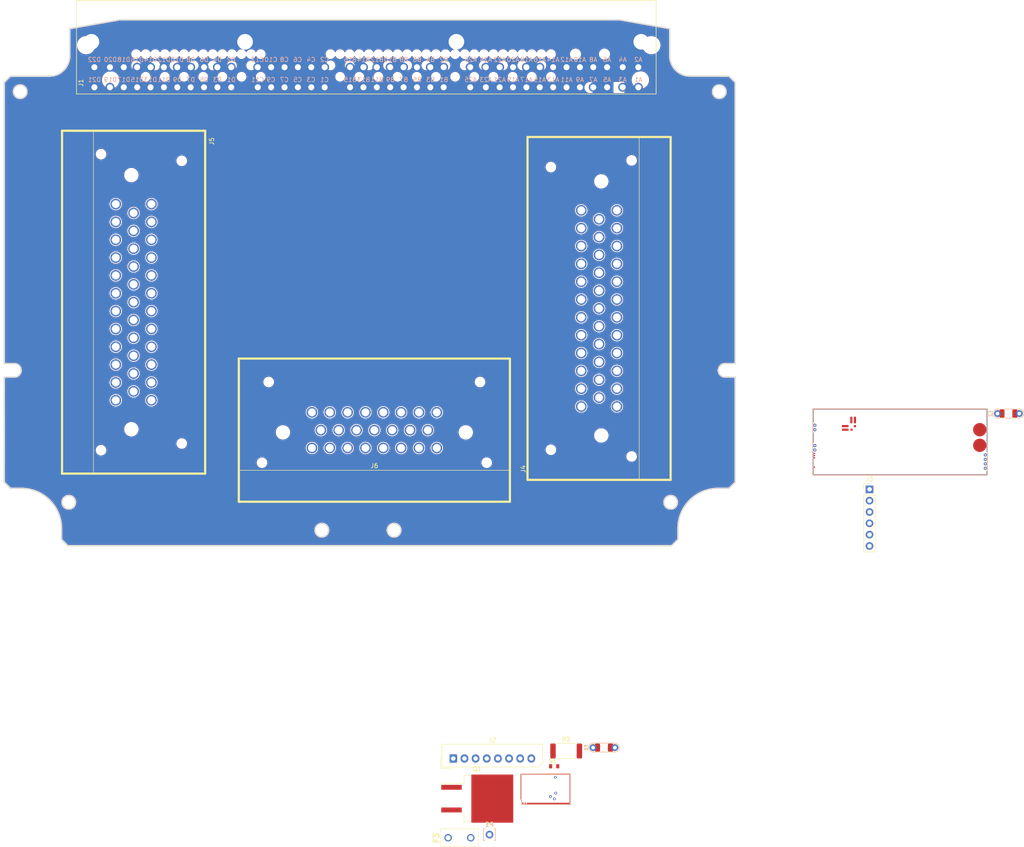
<source format=kicad_pcb>
(kicad_pcb (version 20210824) (generator pcbnew)
  (title_block (title "proteusM73tu") (date "2021-09-26") (rev "a"))
  (layers (0 "F.Cu" signal) (31 "B.Cu" signal) (34 "B.Paste" user) (35 "F.Paste" user) (36 "B.SilkS" user "B.Silkscreen") (37 "F.SilkS" user "F.Silkscreen") (38 "B.Mask" user) (39 "F.Mask" user) (44 "Edge.Cuts" user))
  (net 0 "")
  (net 1 "GND")
  (net 2 "/5V_SENSOR_1")
  (net 3 "/5V_SENSOR_2")
  (net 4 "/12V_PROT")
  (net 5 "/12V_MR")
  (net 6 "/WBO_H-")
  (net 7 "/WBO_R_Trim")
  (net 8 "/WBO_Ip")
  (net 9 "/WBO_Vs{slash}Ip")
  (net 10 "/WBO_Vs")
  (net 11 "Net-(J3-Pad1)")
  (net 12 "Net-(J3-Pad2)")
  (net 13 "Net-(J3-Pad4)")
  (net 14 "Net-(J3-Pad5)")
  (net 15 "Net-(M1-PadJ1)")
  (net 16 "Net-(M1-PadW2)")
  (net 17 "Net-(M1-PadW3)")
  (net 18 "Net-(M1-PadW4)")
  (net 21 "/OUT_IGN1")
  (net 22 "Net-(Q1-Pad1)")
  (net 23 "/GATE_IGN1")
  (footprint "hellen-one-common:PAD-TH" (layer "F.Cu") (at 245.32 257.31)
    (fp_text reference "P1" (at 0 -2.25) (layer "F.SilkS"))
    (fp_text value "Pad" hide)
    (fp_text user "${REFERENCE}" (at 0 -2.25) (layer "B.SilkS") (effects (justify mirror)))
    (fp_line (start -1.035538 -1.33) (end -1.33 -1.33) (layer "B.SilkS") (width 0.12))
    (fp_line (start 1.035538 1.33) (end 1.33 1.33) (layer "B.SilkS") (width 0.12))
    (fp_line (start 1.33 -1.33) (end 1.33 1.33) (layer "B.SilkS") (width 0.12))
    (fp_line (start 1.024373 -1.33) (end 1.33 -1.33) (layer "B.SilkS") (width 0.12))
    (fp_line (start -1.024373 1.33) (end -1.33 1.33) (layer "B.SilkS") (width 0.12))
    (fp_line (start -1.33 1.33) (end -1.33 -1.33) (layer "B.SilkS") (width 0.12))
    (fp_line (start 1.035538 -1.33) (end 1.33 -1.33) (layer "F.SilkS") (width 0.12))
    (fp_line (start 1.024373 1.33) (end 1.33 1.33) (layer "F.SilkS") (width 0.12))
    (fp_line (start -1.33 -1.33) (end -1.33 1.33) (layer "F.SilkS") (width 0.12))
    (fp_line (start -1.035538 1.33) (end -1.33 1.33) (layer "F.SilkS") (width 0.12))
    (fp_line (start -1.024373 -1.33) (end -1.33 -1.33) (layer "F.SilkS") (width 0.12))
    (fp_line (start 1.33 1.33) (end 1.33 -1.33) (layer "F.SilkS") (width 0.12))
    (pad "1" thru_hole circle locked (at 0 0) (size 1.7 1.7) (drill 1) (layers *.Cu *.Mask))
  )
  (footprint "hellen-one-common:R0603" (layer "F.Cu") (at 259.83 241.986595)
    (fp_text reference "R1" (at -1.235559 -0.653823 unlocked) (layer "F.SilkS") (effects (font (size 0.82 0.82) (thickness 0.17)) (justify left bottom)))
    (fp_text value "22" hide)
    (fp_line (start -0.2 -0.374995) (end 0.2 -0.374985) (layer "F.SilkS") (width 0.2032))
    (fp_line (start -0.201056 0.37084) (end 0.198943 0.370851) (layer "F.SilkS") (width 0.2032))
    (pad "1" smd roundrect (at -0.8 0) (size 0.7 0.92) (layers "F.Cu" "F.Paste" "F.Mask") (roundrect_rratio 0.1) (net 22 "Net-(Q1-Pad1)"))
    (pad "2" smd roundrect (at 0.8 0) (size 0.7 0.92) (layers "F.Cu" "F.Paste" "F.Mask") (roundrect_rratio 0.1) (net 23 "/GATE_IGN1"))
  )
  (footprint "Resistor_SMD:R_2512_6332Metric" (layer "F.Cu") (at 262.525 238.565)
    (fp_text reference "R2" (at 0 -2.62) (layer "F.SilkS"))
    (fp_text value "DNP")
    (fp_line (start -2.177064 1.71) (end 2.177064 1.71) (layer "F.SilkS") (width 0.12))
    (fp_line (start -2.177064 -1.71) (end 2.177064 -1.71) (layer "F.SilkS") (width 0.12))
    (pad "1" smd roundrect locked (at -2.9625 0) (size 1.225 3.35) (layers "F.Cu" "F.Paste" "F.Mask") (roundrect_rratio 0.204082) (net 23 "/GATE_IGN1"))
    (pad "2" smd roundrect locked (at 2.9625 0) (size 1.225 3.35) (layers "F.Cu" "F.Paste" "F.Mask") (roundrect_rratio 0.204082) (net 21 "/OUT_IGN1"))
  )
  (footprint "Package_TO_SOT_SMD:TO-263-2" (layer "F.Cu") (at 242.575 249.245)
    (fp_text reference "Q1" (at 0 -6.65) (layer "F.SilkS"))
    (fp_text value "ISL9V3040S3S")
    (fp_line (start -2.95 3.39) (end -4.05 3.39) (layer "F.SilkS") (width 0.12))
    (fp_line (start -1.45 -5.2) (end -2.95 -5.2) (layer "F.SilkS") (width 0.12))
    (fp_line (start -2.95 5.2) (end -2.95 3.39) (layer "F.SilkS") (width 0.12))
    (fp_line (start -1.45 5.2) (end -2.95 5.2) (layer "F.SilkS") (width 0.12))
    (fp_line (start -2.95 -3.39) (end -8.075 -3.39) (layer "F.SilkS") (width 0.12))
    (fp_line (start -2.95 -5.2) (end -2.95 -3.39) (layer "F.SilkS") (width 0.12))
    (pad "1" smd rect locked (at -5.775 -2.54) (size 4.6 1.1) (layers "F.Cu" "F.Paste" "F.Mask") (net 22 "Net-(Q1-Pad1)"))
    (pad "2" smd rect locked (at 3.375 0) (size 9.4 10.8) (layers "F.Cu" "F.Mask") (net 21 "/OUT_IGN1"))
    (pad "3" smd rect locked (at -5.775 2.54) (size 4.6 1.1) (layers "F.Cu" "F.Paste" "F.Mask") (net 1 "GND"))
  )
  (footprint "hellen-one-wbo-0.2:wbo" (layer "F.Cu") (at 317.73 176.8)
    (fp_text reference "M1" hide)
    (fp_text value "Module-wbo-0.2" hide)
    (fp_rect (start 39.25 -15) (end 0.1 -0.1) (layer "B.SilkS") (width 0.2) (fill none))
    (fp_rect (start 39.25 -15) (end 0.1 -0.1) (layer "F.SilkS") (width 0.2) (fill none))
    (pad "E1" thru_hole circle locked (at 38.8 -1.65 90) (size 0.7 0.7) (drill 0.3) (layers *.Cu) (net 10 "/WBO_Vs"))
    (pad "E2" thru_hole circle locked (at 38.8 -2.65 90) (size 0.7 0.7) (drill 0.3) (layers *.Cu) (net 9 "/WBO_Vs{slash}Ip"))
    (pad "E3" thru_hole circle locked (at 38.8 -3.65 90) (size 0.7 0.7) (drill 0.3) (layers *.Cu) (net 8 "/WBO_Ip"))
    (pad "E4" thru_hole circle locked (at 38.8 -4.65 90) (size 0.7 0.7) (drill 0.3) (layers *.Cu) (net 7 "/WBO_R_Trim"))
    (pad "E5" smd circle locked (at 37.55 -6.8) (size 3 3) (layers "F.Cu") (net 6 "/WBO_H-"))
    (pad "E6" smd circle locked (at 37.55 -10.3) (size 3 3) (layers "F.Cu") (net 1 "GND"))
    (pad "G" smd rect (at 19.675 -14.925 90) (size 0.25 39.25) (layers "F.Cu") (net 1 "GND"))
    (pad "G" smd rect (at 39.175 -10.175) (size 0.25 9.75) (layers "B.Cu") (net 1 "GND"))
    (pad "G" smd rect (at 19.675 -0.175 90) (size 0.25 39.25) (layers "B.Cu") (net 1 "GND"))
    (pad "G" smd rect (at 0.175 -0.775) (size 0.25 1.45) (layers "F.Cu") (net 1 "GND"))
    (pad "G" smd rect (at 0.175 -13.5) (size 0.25 3.1) (layers "B.Cu") (net 1 "GND"))
    (pad "G" smd rect (at 0.175 -13.5) (size 0.25 3.1) (layers "F.Cu") (net 1 "GND"))
    (pad "G" smd rect (at 39.175 -13.575) (size 0.25 2.95) (layers "F.Cu") (net 1 "GND"))
    (pad "G" smd rect (at 19.675 -14.925 90) (size 0.25 39.25) (layers "B.Cu") (net 1 "GND"))
    (pad "G" smd rect (at 0.175 -8.525) (size 0.25 2.25) (layers "F.Cu") (net 1 "GND"))
    (pad "G" smd rect (at 39.175 -0.525) (size 0.25 0.95) (layers "F.Cu") (net 1 "GND"))
    (pad "G" smd rect (at 19.675 -0.175 90) (size 0.25 39.25) (layers "F.Cu") (net 1 "GND"))
    (pad "G" smd rect (at 0.175 -8.525) (size 0.25 2.25) (layers "B.Cu") (net 1 "GND"))
    (pad "G" smd rect (at 39.175 -0.525) (size 0.25 0.95) (layers "B.Cu") (net 1 "GND"))
    (pad "G" smd rect (at 0.175 -2.575) (size 0.25 5.05) (layers "B.Cu") (net 1 "GND"))
    (pad "J1" smd roundrect locked (at 9.55 -12.475 180) (size 0.5 1.5) (layers "F.Cu") (net 15 "Net-(M1-PadJ1)"))
    (pad "J2" smd roundrect locked (at 7.375 -10.3 180) (size 1.5 0.5) (layers "F.Cu"))
    (pad "J_GND1" smd roundrect locked (at 8.75 -12.475 180) (size 0.5 1.5) (layers "F.Cu") (net 15 "Net-(M1-PadJ1)"))
    (pad "J_GND2" smd roundrect locked (at 8.8 -10.3 270) (size 0.5 0.5) (layers "F.Cu"))
    (pad "J_VCC1" smd roundrect locked (at 9.55 -11.1 180) (size 0.5 0.5) (layers "F.Cu"))
    (pad "J_VCC2" smd roundrect locked (at 7.375 -11.1 180) (size 1.5 0.5) (layers "F.Cu"))
    (pad "W1" thru_hole circle locked (at 0.55 -11.3 90) (size 0.7 0.7) (drill 0.3) (layers *.Cu) (net 3 "/5V_SENSOR_2"))
    (pad "W2" thru_hole circle locked (at 0.55 -10.3 90) (size 0.7 0.7) (drill 0.3) (layers *.Cu) (net 16 "Net-(M1-PadW2)"))
    (pad "W3" thru_hole circle locked (at 0.55 -6.75 90) (size 0.7 0.7) (drill 0.3) (layers *.Cu) (net 17 "Net-(M1-PadW3)"))
    (pad "W4" thru_hole circle locked (at 0.55 -5.75 90) (size 0.7 0.7) (drill 0.3) (layers *.Cu) (net 18 "Net-(M1-PadW4)"))
    (pad "W5" smd roundrect (at 0.4 -5) (size 0.5 0.25) (layers "F.Cu") (roundrect_rratio 0.5) (net 14 "Net-(J3-Pad5)"))
    (pad "W6" smd roundrect (at 0.4 -4.5) (size 0.5 0.25) (layers "F.Cu") (roundrect_rratio 0.5) (net 13 "Net-(J3-Pad4)"))
    (pad "W7" smd roundrect (at 0.4 -4) (size 0.5 0.25) (layers "F.Cu") (roundrect_rratio 0.5) (net 12 "Net-(J3-Pad2)"))
    (pad "W8" smd roundrect (at 0.4 -1.9) (size 0.5 0.25) (layers "F.Cu") (roundrect_rratio 0.5) (net 11 "Net-(J3-Pad1)"))
    (zone (net 0) (net_name "") (layers *.Cu) (connect_pads (clearance 0)) (min_thickness 0.254)
      (keepout (tracks allowed) (vias allowed) (pads allowed) (copperpour not_allowed) (footprints allowed))
      (fill (thermal_gap 0.508) (thermal_bridge_width 0.508))
      (polygon (pts (xy 356.905 176.625) (xy 317.905 176.6) (xy 317.905 161.875) (xy 356.905 161.875)))
    )
  )
  (footprint "hellen-one-can-0.1:can" (layer "F.Cu") (at 252.17 250.656674)
    (fp_text reference "M2" hide)
    (fp_text value "Module-can-0.1" hide)
    (fp_line (start 0.375001 -0.15) (end 0.431203 -0.1) (layer "B.SilkS") (width 0.2))
    (fp_line (start 0.099997 -1.250005) (end 0.099997 -6.947827) (layer "B.SilkS") (width 0.2))
    (fp_line (start 0.099997 -6.947827) (end 11.274997 -6.986674) (layer "B.SilkS") (width 0.2))
    (fp_line (start 0.375001 -0.15) (end 0.375001 -0.974999) (layer "B.SilkS") (width 0.2))
    (fp_line (start 0.099997 -1.250005) (end 0.375001 -0.974999) (layer "B.SilkS") (width 0.2))
    (fp_line (start 0.431203 -0.1) (end 11.274997 -0.1) (layer "B.SilkS") (width 0.2))
    (fp_line (start 11.274997 -0.093797) (end 11.274997 -6.986674) (layer "B.SilkS") (width 0.2))
    (fp_line (start 0.099997 -1.249998) (end 0.099997 -6.947479) (layer "F.SilkS") (width 0.2))
    (fp_line (start 0.375001 -0.1) (end 0.375003 -0.099997) (layer "F.SilkS") (width 0.2))
    (fp_line (start 0.099997 -6.947479) (end 11.274997 -6.986326) (layer "F.SilkS") (width 0.2))
    (fp_line (start 0.099997 -1.249998) (end 0.375001 -0.974994) (layer "F.SilkS") (width 0.2))
    (fp_line (start 0.375003 -0.099997) (end 11.274997 -0.099997) (layer "F.SilkS") (width 0.2))
    (fp_line (start 11.274997 -0.099997) (end 11.274997 -6.986326) (layer "F.SilkS") (width 0.2))
    (fp_line (start 0.375001 -0.1) (end 0.375001 -0.974994) (layer "F.SilkS") (width 0.2))
    (pad "E1" smd oval locked (at 0.199997 -4.1375 180) (size 0.2 5.669999) (layers "F.Cu" "F.Paste") (net 1 "GND"))
    (pad "E1" smd oval locked (at 11.174997 -3.537501 180) (size 0.2 6.799999) (layers "F.Cu" "F.Paste") (net 1 "GND"))
    (pad "E1" smd oval locked (at 6.374999 -0.275003 270) (size 0.399999 9.800001) (layers "F.Cu" "F.Paste") (net 1 "GND"))
    (pad "E1" smd oval locked (at 10.999993 -0.275003 180) (size 0.499999 0.25) (layers "F.Cu" "F.Paste" "F.Mask") (net 1 "GND"))
    (pad "E1" smd oval locked (at 5.674998 -6.875 90) (size 0.2 11.100001) (layers "F.Cu" "F.Paste") (net 1 "GND"))
    (pad "S1" smd oval locked (at 0.649999 -0.325001) (size 0.25 0.499999) (layers "F.Cu" "F.Paste" "F.Mask"))
    (pad "S2" smd oval locked (at 1.15 -0.325001) (size 0.25 0.499999) (layers "F.Cu" "F.Paste" "F.Mask"))
    (pad "V1" thru_hole circle locked (at 7.699997 -1.374999 180) (size 0.599999 0.599999) (drill 0.299999) (layers *.Cu *.Mask) (net 3 "/5V_SENSOR_2"))
    (pad "V2" thru_hole circle locked (at 6.824995 -1.899999 180) (size 0.599999 0.599999) (drill 0.299999) (layers *.Cu *.Mask) (net 16 "Net-(M1-PadW2)"))
    (pad "V5" thru_hole circle locked (at 7.999999 -2.649997 270) (size 0.599999 0.599999) (drill 0.299999) (layers *.Cu *.Mask) (net 18 "Net-(M1-PadW4)"))
    (pad "V6" thru_hole circle locked (at 7.924996 -6.199998 270) (size 0.599999 0.599999) (drill 0.299999) (layers *.Cu *.Mask) (net 17 "Net-(M1-PadW3)"))
    (zone (net 0) (net_name "") (layer "F.Cu") (connect_pads (clearance 0)) (min_thickness 0.254)
      (keepout (tracks allowed) (vias allowed) (pads allowed) (copperpour not_allowed) (footprints allowed))
      (fill (thermal_gap 0.2) (thermal_bridge_width 0.2))
      (polygon (pts (xy 252.397259 250.700972) (xy 252.397259 249.738454) (xy 252.194465 249.53566) (xy 252.457487 249.272638) (xy 252.457487 243.846548) (xy 263.282439 243.846548) (xy 263.282439 250.209065) (xy 253.780401 250.209065) (xy 253.607353 250.382113) (xy 253.607353 250.700972)))
    )
  )
  (footprint "lib:TE-3-178780-6" (layer "F.Cu") (at 156.7 85.2)
    (fp_text reference "J1" (at -3 3.5 90) (layer "F.SilkS"))
    (fp_text value "TE-3-178780-6")
    (fp_text user "A3" (at 118.5 2.8) (layer "B.SilkS") (effects (justify mirror)))
    (fp_text user "A22" (at 90.9 -1.7) (layer "B.SilkS") (effects (justify mirror)))
    (fp_text user "A17" (at 96.9 2.8) (layer "B.SilkS") (effects (justify mirror)))
    (fp_text user "A9" (at 108.9 2.8) (layer "B.SilkS") (effects (justify mirror)))
    (fp_text user "D13" (at 12.6 2.8) (layer "B.SilkS") (effects (justify mirror)))
    (fp_text user "A19" (at 93.9 2.8) (layer "B.SilkS") (effects (justify mirror)))
    (fp_text user "B6" (at 72.4 -1.7) (layer "B.SilkS") (effects (justify mirror)))
    (fp_text user "A24" (at 87.8 -1.7) (layer "B.SilkS") (effects (justify mirror)))
    (fp_text user "D7" (at 21.6 2.8) (layer "B.SilkS") (effects (justify mirror)))
    (fp_text user "A12" (at 105.9 -1.7) (layer "B.SilkS") (effects (justify mirror)))
    (fp_text user "B2" (at 78.4 -1.7) (layer "B.SilkS") (effects (justify mirror)))
    (fp_text user "D10" (at 18.6 -1.7) (layer "B.SilkS") (effects (justify mirror)))
    (fp_text user "D4" (at 27.6 -1.7) (layer "B.SilkS") (effects (justify mirror)))
    (fp_text user "A15" (at 99.9 2.8) (layer "B.SilkS") (effects (justify mirror)))
    (fp_text user "D9" (at 18.6 2.8) (layer "B.SilkS") (effects (justify mirror)))
    (fp_text user "D20" (at 3.6 -1.7) (layer "B.SilkS") (effects (justify mirror)))
    (fp_text user "D1" (at 30.7 2.8) (layer "B.SilkS") (effects (justify mirror)))
    (fp_text user "A5" (at 115 2.8) (layer "B.SilkS") (effects (justify mirror)))
    (fp_text user "D15" (at 9.6 2.8) (layer "B.SilkS") (effects (justify mirror)))
    (fp_text user "B4" (at 75.4 -1.7) (layer "B.SilkS") (effects (justify mirror)))
    (fp_text user "D17" (at 6.6 2.8) (layer "B.SilkS") (effects (justify mirror)))
    (fp_text user "A13" (at 102.9 2.8) (layer "B.SilkS") (effects (justify mirror)))
    (fp_text user "D18" (at 6.6 -1.7) (layer "B.SilkS") (effects (justify mirror)))
    (fp_text user "A7" (at 111.9 2.8) (layer "B.SilkS") (effects (justify mirror)))
    (fp_text user "D16" (at 9.6 -1.7) (layer "B.SilkS") (effects (justify mirror)))
    (fp_text user "A11" (at 105.9 2.8) (layer "B.SilkS") (effects (justify mirror)))
    (fp_text user "B8" (at 69.4 -1.7) (layer "B.SilkS") (effects (justify mirror)))
    (fp_text user "D14" (at 12.6 -1.7) (layer "B.SilkS") (effects (justify mirror)))
    (fp_text user "C5" (at 45.6 2.8) (layer "B.SilkS") (effects (justify mirror)))
    (fp_text user "B9" (at 66.4 2.8) (layer "B.SilkS") (effects (justify mirror)))
    (fp_text user "A21" (at 90.9 2.8) (layer "B.SilkS") (effects (justify mirror)))
    (fp_text user "C10" (at 39.6 -1.7) (layer "B.SilkS") (effects (justify mirror)))
    (fp_text user "D22" (at 0 -1.7) (layer "B.SilkS") (effects (justify mirror)))
    (fp_text user "A18" (at 96.9 -1.7) (layer "B.SilkS") (effects (justify mirror)))
    (fp_text user "B5" (at 72.4 2.8) (layer "B.SilkS") (effects (justify mirror)))
    (fp_text user "B7" (at 69.4 2.8) (layer "B.SilkS") (effects (justify mirror)))
    (fp_text user "D6" (at 24.6 -1.7) (layer "B.SilkS") (effects (justify mirror)))
    (fp_text user "B15" (at 57.4 2.8) (layer "B.SilkS") (effects (justify mirror)))
    (fp_text user "C1" (at 51.6 2.8) (layer "B.SilkS") (effects (justify mirror)))
    (fp_text user "C4" (at 48.6 -1.7) (layer "B.SilkS") (effects (justify mirror)))
    (fp_text user "C3" (at 48.6 2.8) (layer "B.SilkS") (effects (justify mirror)))
    (fp_text user "B13" (at 60.4 2.8) (layer "B.SilkS") (effects (justify mirror)))
    (fp_text user "B10" (at 66.4 -1.7) (layer "B.SilkS") (effects (justify mirror)))
    (fp_text user "C7" (at 42.6 2.8) (layer "B.SilkS") (effects (justify mirror)))
    (fp_text user "A8" (at 111.9 -1.7) (layer "B.SilkS") (effects (justify mirror)))
    (fp_text user "A10" (at 108.9 -1.7) (layer "B.SilkS") (effects (justify mirror)))
    (fp_text user "D21" (at 0 2.8) (layer "B.SilkS") (effects (justify mirror)))
    (fp_text user "A2" (at 122 -1.7) (layer "B.SilkS") (effects (justify mirror)))
    (fp_text user "A16" (at 99.9 -1.7) (layer "B.SilkS") (effects (justify mirror)))
    (fp_text user "C8" (at 42.6 -1.7) (layer "B.SilkS") (effects (justify mirror)))
    (fp_text user "A4" (at 118.5 -1.7) (layer "B.SilkS") (effects (justify mirror)))
    (fp_text user "A14" (at 102.9 -1.7) (layer "B.SilkS") (effects (justify mirror)))
    (fp_text user "B11" (at 63.4 2.8) (layer "B.SilkS") (effects (justify mirror)))
    (fp_text user "D2" (at 30.7 -1.7) (layer "B.SilkS") (effects (justify mirror)))
    (fp_text user "C11" (at 36.6 2.8) (layer "B.SilkS") (effects (justify mirror)))
    (fp_text user "A1" (at 122 2.8) (layer "B.SilkS") (effects (justify mirror)))
    (fp_text user "C9" (at 39.6 2.8) (layer "B.SilkS") (effects (justify mirror)))
    (fp_text user "B3" (at 75.4 2.8) (layer "B.SilkS") (effects (justify mirror)))
    (fp_text user "A25" (at 84.4 2.8) (layer "B.SilkS") (effects (justify mirror)))
    (fp_text user "A20" (at 93.9 -1.7) (layer "B.SilkS") (effects (justify mirror)))
    (fp_text user "C6" (at 45.6 -1.7) (layer "B.SilkS") (effects (justify mirror)))
    (fp_text user "D3" (at 27.6 2.8) (layer "B.SilkS") (effects (justify mirror)))
    (fp_text user "B12" (at 63.4 -1.7) (layer "B.SilkS") (effects (justify mirror)))
    (fp_text user "C12" (at 36.6 -1.7) (layer "B.SilkS") (effects (justify mirror)))
    (fp_text user "A26" (at 84.4 -1.7) (layer "B.SilkS") (effects (justify mirror)))
    (fp_text user "D12" (at 15.6 -1.7) (layer "B.SilkS") (effects (justify mirror)))
    (fp_text user "B16" (at 57.4 -1.7) (layer "B.SilkS") (effects (justify mirror)))
    (fp_text user "C2" (at 51.6 -1.7) (layer "B.SilkS") (effects (justify mirror)))
    (fp_text user "B1" (at 78.4 2.8) (layer "B.SilkS") (effects (justify mirror)))
    (fp_text user "A6" (at 115 -1.7) (layer "B.SilkS") (effects (justify mirror)))
    (fp_text user "D11" (at 15.6 2.8) (layer "B.SilkS") (effects (justify mirror)))
    (fp_text user "D8" (at 21.6 -1.7) (layer "B.SilkS") (effects (justify mirror)))
    (fp_text user "B14" (at 60.4 -1.7) (layer "B.SilkS") (effects (justify mirror)))
    (fp_text user "D5" (at 24.6 2.8) (layer "B.SilkS") (effects (justify mirror)))
    (fp_text user "A23" (at 87.8 2.8) (layer "B.SilkS") (effects (justify mirror)))
    (fp_text user "D19" (at 3.6 2.8) (layer "B.SilkS") (effects (justify mirror)))
    (fp_line (start 126 6) (end -4 6) (layer "F.SilkS") (width 0.15))
    (fp_line (start -4 6) (end -4 -15) (layer "F.SilkS") (width 0.15))
    (fp_line (start 126 -15) (end 126 6) (layer "F.SilkS") (width 0.15))
    (fp_line (start -4 -15) (end 126 -15) (layer "F.SilkS") (width 0.15))
    (pad "" np_thru_hole circle (at 122.65 -5.7) (size 3.5 3.5) (drill 3.5) (layers *.Cu *.Mask))
    (pad "" np_thru_hole circle (at 33.8 -5.7) (size 3.5 3.5) (drill 3.5) (layers *.Cu *.Mask))
    (pad "" np_thru_hole circle (at 81.2 -5.7) (size 3.5 3.5) (drill 3.5) (layers *.Cu *.Mask))
    (pad "" np_thru_hole circle (at -0.65 -5.7) (size 3.5 3.5) (drill 3.5) (layers *.Cu *.Mask))
    (pad "A1" thru_hole circle (at 122 4.5) (size 2 2) (drill 1.35) (layers *.Cu *.Mask))
    (pad "A2" thru_hole circle (at 122 0) (size 2 2) (drill 1.35) (layers *.Cu *.Mask))
    (pad "A3" thru_hole circle (at 118.5 4.5) (size 2 2) (drill 1.35) (layers *.Cu *.Mask))
    (pad "A4" thru_hole circle (at 118.5 0) (size 2 2) (drill 1.35) (layers *.Cu *.Mask))
    (pad "A5" thru_hole circle (at 115 4.5) (size 2 2) (drill 1.35) (layers *.Cu *.Mask))
    (pad "A6" thru_hole circle (at 115 0) (size 2 2) (drill 1.35) (layers *.Cu *.Mask))
    (pad "A7" thru_hole circle (at 111.9 4.5) (size 2 2) (drill 1.35) (layers *.Cu *.Mask))
    (pad "A8" thru_hole circle (at 111.9 0) (size 2 2) (drill 1.35) (layers *.Cu *.Mask))
    (pad "A9" thru_hole circle (at 108.9 4.5) (size 2 2) (drill 1.35) (layers *.Cu *.Mask))
    (pad "A10" thru_hole circle (at 108.9 0) (size 2 2) (drill 1.35) (layers *.Cu *.Mask))
    (pad "A11" thru_hole circle (at 105.9 4.5) (size 2 2) (drill 1.35) (layers *.Cu *.Mask))
    (pad "A12" thru_hole circle (at 105.9 0) (size 2 2) (drill 1.35) (layers *.Cu *.Mask))
    (pad "A13" thru_hole circle (at 102.9 4.5) (size 2 2) (drill 1.35) (layers *.Cu *.Mask))
    (pad "A14" thru_hole circle (at 102.9 0) (size 2 2) (drill 1.35) (layers *.Cu *.Mask))
    (pad "A15" thru_hole circle (at 99.9 4.5) (size 2 2) (drill 1.35) (layers *.Cu *.Mask))
    (pad "A16" thru_hole circle (at 99.9 0) (size 2 2) (drill 1.35) (layers *.Cu *.Mask))
    (pad "A17" thru_hole circle (at 96.9 4.5) (size 2 2) (drill 1.35) (layers *.Cu *.Mask))
    (pad "A18" thru_hole circle (at 96.9 0) (size 2 2) (drill 1.35) (layers *.Cu *.Mask))
    (pad "A19" thru_hole circle (at 93.9 4.5) (size 2 2) (drill 1.35) (layers *.Cu *.Mask))
    (pad "A20" thru_hole circle (at 93.9 0) (size 2 2) (drill 1.35) (layers *.Cu *.Mask))
    (pad "A21" thru_hole circle (at 90.9 4.5) (size 2 2) (drill 1.35) (layers *.Cu *.Mask))
    (pad "A22" thru_hole circle (at 90.9 0) (size 2 2) (drill 1.35) (layers *.Cu *.Mask))
    (pad "A23" thru_hole circle (at 87.8 4.5) (size 2 2) (drill 1.35) (layers *.Cu *.Mask))
    (pad "A24" thru_hole circle (at 87.8 0) (size 2 2) (drill 1.35) (layers *.Cu *.Mask))
    (pad "A25" thru_hole circle (at 84.3 4.5) (size 2 2) (drill 1.35) (layers *.Cu *.Mask))
    (pad "A26" thru_hole circle (at 84.3 0) (size 2 2) (drill 1.35) (layers *.Cu *.Mask))
    (pad "B1" thru_hole circle (at 78.35 4.5) (size 2 2) (drill 1.35) (layers *.Cu *.Mask))
    (pad "B2" thru_hole circle (at 78.35 0) (size 2 2) (drill 1.35) (layers *.Cu *.Mask))
    (pad "B3" thru_hole circle (at 75.35 4.5) (size 2 2) (drill 1.35) (layers *.Cu *.Mask))
    (pad "B4" thru_hole circle (at 75.35 0) (size 2 2) (drill 1.35) (layers *.Cu *.Mask))
    (pad "B5" thru_hole circle (at 72.35 4.5) (size 2 2) (drill 1.35) (layers *.Cu *.Mask))
    (pad "B6" thru_hole circle (at 72.35 0) (size 2 2) (drill 1.35) (layers *.Cu *.Mask))
    (pad "B7" thru_hole circle (at 69.35 4.5) (size 2 2) (drill 1.35) (layers *.Cu *.Mask))
    (pad "B8" thru_hole circle (at 69.35 0) (size 2 2) (drill 1.35) (layers *.Cu *.Mask))
    (pad "B9" thru_hole circle (at 66.35 4.5) (size 2 2) (drill 1.35) (layers *.Cu *.Mask))
    (pad "B10" thru_hole circle (at 66.35 0) (size 2 2) (drill 1.35) (layers *.Cu *.Mask))
    (pad "B11" thru_hole circle (at 63.35 4.5) (size 2 2) (drill 1.35) (layers *.Cu *.Mask))
    (pad "B12" thru_hole circle (at 63.35 0) (size 2 2) (drill 1.35) (layers *.Cu *.Mask))
    (pad "B13" thru_hole circle (at 60.35 4.5) (size 2 2) (drill 1.35) (layers *.Cu *.Mask))
    (pad "B14" thru_hole circle (at 60.35 0) (size 2 2) (drill 1.35) (layers *.Cu *.Mask))
    (pad "B15" thru_hole circle (at 57.35 4.5) (size 2 2) (drill 1.35) (layers *.Cu *.Mask))
    (pad "B16" thru_hole circle (at 57.35 0) (size 2 2) (drill 1.35) (layers *.Cu *.Mask))
    (pad "C1" thru_hole circle (at 51.65 4.5) (size 2 2) (drill 1.35) (layers *.Cu *.Mask))
    (pad "C2" thru_hole circle (at 51.65 0) (size 2 2) (drill 1.35) (layers *.Cu *.Mask))
    (pad "C3" thru_hole circle (at 48.65 4.5) (size 2 2) (drill 1.35) (layers *.Cu *.Mask))
    (pad "C4" thru_hole circle (at 48.65 0) (size 2 2) (drill 1.35) (layers *.Cu *.Mask))
    (pad "C5" thru_hole circle (at 45.65 4.5) (size 2 2) (drill 1.35) (layers *.Cu *.Mask))
    (pad "C6" thru_hole circle (at 45.65 0) (size 2 2) (drill 1.35) (layers *.Cu *.Mask))
    (pad "C7" thru_hole circle (at 42.65 4.5) (size 2 2) (drill 1.35) (layers *.Cu *.Mask))
    (pad "C8" thru_hole circle (at 42.65 0) (size 2 2) (drill 1.35) (layers *.Cu *.Mask))
    (pad "C9" thru_hole circle (at 39.65 4.5) (size 2 2) (drill 1.35) (layers *.Cu *.Mask))
    (pad "C10" thru_hole circle (at 39.65 0) (size 2 2) (drill 1.35) (layers *.Cu *.Mask))
    (pad "C11" thru_hole circle (at 36.65 4.5) (size 2 2) (drill 1.35) (layers *.Cu *.Mask))
    (pad "C12" thru_hole circle (at 36.65 0) (size 2 2) (drill 1.35) (layers *.Cu *.Mask))
    (pad "D1" thru_hole circle (at 30.7 4.5) (size 2 2) (drill 1.35) (layers *.Cu *.Mask))
    (pad "D2" thru_hole circle (at 30.7 0) (size 2 2) (drill 1.35) (layers *.Cu *.Mask))
    (pad "D3" thru_hole circle (at 27.6 4.5) (size 2 2) (drill 1.35) (layers *.Cu *.Mask))
    (pad "D4" thru_hole circle (at 27.6 0) (size 2 2) (drill 1.35) (layers *.Cu *.Mask))
    (pad "D5" thru_hole circle (at 24.6 4.5) (size 2 2) (drill 1.35) (layers *.Cu *.Mask))
    (pad "D6" thru_hole circle (at 24.6 0) (size 2 2) (drill 1.35) (layers *.Cu *.Mask))
    (pad "D7" thru_hole circle (at 21.6 4.5) (size 2 2) (drill 1.35) (layers *.Cu *.Mask))
    (pad "D8" thru_hole circle (at 21.6 0) (size 2 2) (drill 1.35) (layers *.Cu *.Mask))
    (pad "D9" thru_hole circle (at 18.6 4.5) (size 2 2) (drill 1.35) (layers *.Cu *.Mask))
    (pad "D10" thru_hole circle (at 18.6 0) (size 2 2) (drill 1.35) (layers *.Cu *.Mask))
    (pad "D11" thru_hole circle (at 15.6 4.5) (size 2 2) (drill 1.35) (layers *.Cu *.Mask))
    (pad "D12" thru_hole circle (at 15.6 0) (size 2 2) (drill 1.35) (layers *.Cu *.Mask))
    (pad "D13" thru_hole circle (at 12.6 4.5) (size 2 2) (drill 1.35) (layers *.Cu *.Mask))
    (pad "D14" thru_hole circle (at 12.6 0) (size 2 2) (drill 1.35) (layers *.Cu *.Mask))
    (pad "D15" thru_hole circle (at 9.6 4.5) (size 2 2) (drill 1.35) (layers *.Cu *.Mask))
    (pad "D16" thru_hole circle (at 9.6 0) (size 2 2) (drill 1.35) (layers *.Cu *.Mask))
    (pad "D17" thru_hole circle (at 6.6 4.5) (size 2 2) (drill 1.35) (layers *.Cu *.Mask))
    (pad "D18" thru_hole circle (at 6.6 0) (size 2 2) (drill 1.35) (layers *.Cu *.Mask))
    (pad "D19" thru_hole circle (at 3.5 4.5) (size 2 2) (drill 1.35) (layers *.Cu *.Mask))
    (pad "D20" thru_hole circle (at 3.5 0) (size 2 2) (drill 1.35) (layers *.Cu *.Mask))
    (pad "D21" thru_hole circle (at 0 4.5) (size 2 2) (drill 1.35) (layers *.Cu *.Mask))
    (pad "D22" thru_hole circle (at 0 0) (size 2 2) (drill 1.35) (layers *.Cu *.Mask))
  )
  (footprint "Connector_PinHeader_2.54mm:PinHeader_1x06_P2.54mm_Vertical" (layer "F.Cu") (at 330.555 179.875)
    (fp_text reference "J3" (at 0 -2.33) (layer "F.SilkS"))
    (fp_text value "Conn_01x06")
    (fp_line (start -1.33 14.03) (end 1.33 14.03) (layer "F.SilkS") (width 0.12))
    (fp_line (start 1.33 1.27) (end 1.33 14.03) (layer "F.SilkS") (width 0.12))
    (fp_line (start -1.33 1.27) (end -1.33 14.03) (layer "F.SilkS") (width 0.12))
    (fp_line (start -1.33 1.27) (end 1.33 1.27) (layer "F.SilkS") (width 0.12))
    (fp_line (start -1.33 -1.33) (end 0 -1.33) (layer "F.SilkS") (width 0.12))
    (fp_line (start -1.33 0) (end -1.33 -1.33) (layer "F.SilkS") (width 0.12))
    (pad "1" thru_hole rect locked (at 0 0) (size 1.7 1.7) (drill 1) (layers *.Cu *.Mask) (net 11 "Net-(J3-Pad1)"))
    (pad "2" thru_hole oval locked (at 0 2.54) (size 1.7 1.7) (drill 1) (layers *.Cu *.Mask) (net 12 "Net-(J3-Pad2)"))
    (pad "3" thru_hole oval locked (at 0 5.08) (size 1.7 1.7) (drill 1) (layers *.Cu *.Mask) (net 1 "GND"))
    (pad "4" thru_hole oval locked (at 0 7.62) (size 1.7 1.7) (drill 1) (layers *.Cu *.Mask) (net 13 "Net-(J3-Pad4)"))
    (pad "5" thru_hole oval locked (at 0 10.16) (size 1.7 1.7) (drill 1) (layers *.Cu *.Mask) (net 14 "Net-(J3-Pad5)"))
    (pad "6" thru_hole oval locked (at 0 12.7) (size 1.7 1.7) (drill 1) (layers *.Cu *.Mask))
  )
  (footprint "hellen-one-common:36911600000" (layer "F.Cu") (at 238.58 258.02)
    (fp_text reference "F3" (at -5.19 0.05 90) (layer "F.SilkS") (effects (font (size 1.27 1.27) (thickness 0.254))))
    (fp_text value "10A" hide)
    (fp_line (start 4.25 2) (end -4.25 2) (layer "F.SilkS") (width 0.1))
    (fp_line (start 4.25 -2) (end 4.25 2) (layer "F.SilkS") (width 0.1))
    (fp_line (start -4.25 -2) (end 4.25 -2) (layer "F.SilkS") (width 0.1))
    (fp_line (start -4.25 2) (end -4.25 -2) (layer "F.SilkS") (width 0.1))
    (pad "1" thru_hole circle (at -2.54 0) (size 1.65 1.65) (drill 1.1) (layers *.Cu *.Mask))
    (pad "2" thru_hole circle (at 2.54 0) (size 1.65 1.65) (drill 1.1) (layers *.Cu *.Mask) (net 21 "/OUT_IGN1"))
  )
  (footprint "lib:ampseal-35-2" (layer "F.Cu") (at 165.5 137.9 -90)
    (fp_text reference "J5" (at -36.068 -17.526 90) (layer "F.SilkS"))
    (fp_text value "Conn_01x35")
    (fp_line (start -38.45 -16.05) (end 38.45 -16.05) (layer "F.SilkS") (width 0.5))
    (fp_line (start 38.45 -16.05) (end 38.45 16.05) (layer "F.SilkS") (width 0.5))
    (fp_line (start -38.45 -16.05) (end -38.45 16.05) (layer "F.SilkS") (width 0.5))
    (fp_line (start -38.45 16.05) (end 38.45 16.05) (layer "F.SilkS") (width 0.5))
    (fp_line (start -38.354 9) (end 38.354 9) (layer "F.SilkS") (width 0.12))
    (pad "" np_thru_hole circle (at 28.5 0.5 270) (size 2.85 2.85) (drill 2.85) (layers F&B.Cu *.Mask))
    (pad "" np_thru_hole circle (at -33.2 7.3 270) (size 2 2) (drill 2) (layers *.Cu *.Mask))
    (pad "" np_thru_hole circle (at 31.7 -10.8 270) (size 2 2) (drill 2) (layers *.Cu *.Mask))
    (pad "" np_thru_hole circle (at 33.2 7.3 270) (size 2 2) (drill 2) (layers *.Cu *.Mask))
    (pad "" np_thru_hole circle (at -28.5 0.5 270) (size 2.85 2.85) (drill 2.85) (layers F&B.Cu *.Mask))
    (pad "" np_thru_hole circle (at -31.7 -10.8 270) (size 2 2) (drill 2) (layers *.Cu *.Mask))
    (pad "1" thru_hole circle (at -22 -4 270) (size 2.4 2.4) (drill 1.75) (layers *.Cu *.Mask) (net 1 "GND"))
    (pad "2" thru_hole circle (at -18 -4 270) (size 2.4 2.4) (drill 1.75) (layers *.Cu *.Mask) (net 1 "GND"))
    (pad "3" thru_hole circle (at -14 -4 270) (size 2.4 2.4) (drill 1.75) (layers *.Cu *.Mask) (net 1 "GND"))
    (pad "4" thru_hole circle (at -10 -4 270) (size 2.4 2.4) (drill 1.75) (layers *.Cu *.Mask) (net 1 "GND"))
    (pad "5" thru_hole circle (at -6 -4 270) (size 2.4 2.4) (drill 1.75) (layers *.Cu *.Mask) (net 1 "GND"))
    (pad "6" thru_hole circle (at -2 -4 270) (size 2.4 2.4) (drill 1.75) (layers *.Cu *.Mask) (net 1 "GND"))
    (pad "7" thru_hole circle (at 2 -4 270) (size 2.4 2.4) (drill 1.75) (layers *.Cu *.Mask) (net 1 "GND"))
    (pad "8" thru_hole circle (at 6 -4 270) (size 2.4 2.4) (drill 1.75) (layers *.Cu *.Mask) (net 1 "GND"))
    (pad "9" thru_hole circle (at 10 -4 270) (size 2.4 2.4) (drill 1.75) (layers *.Cu *.Mask) (net 2 "/5V_SENSOR_1"))
    (pad "10" thru_hole circle (at 14 -4 270) (size 2.4 2.4) (drill 1.75) (layers *.Cu *.Mask) (net 3 "/5V_SENSOR_2"))
    (pad "11" thru_hole circle (at 18 -4 270) (size 2.4 2.4) (drill 1.75) (layers *.Cu *.Mask) (net 4 "/12V_PROT"))
    (pad "12" thru_hole circle (at 22 -4 270) (size 2.4 2.4) (drill 1.75) (layers *.Cu *.Mask) (net 4 "/12V_PROT"))
    (pad "13" thru_hole circle (at -20 0 270) (size 2.4 2.4) (drill 1.75) (layers *.Cu *.Mask))
    (pad "14" thru_hole circle (at -16 0 270) (size 2.4 2.4) (drill 1.75) (layers *.Cu *.Mask))
    (pad "15" thru_hole circle (at -12 0 270) (size 2.4 2.4) (drill 1.75) (layers *.Cu *.Mask))
    (pad "16" thru_hole circle (at -8 0 270) (size 2.4 2.4) (drill 1.75) (layers *.Cu *.Mask))
    (pad "17" thru_hole circle (at -4 0 270) (size 2.4 2.4) (drill 1.75) (layers *.Cu *.Mask))
    (pad "18" thru_hole circle (at 0 0 270) (size 2.4 2.4) (drill 1.75) (layers *.Cu *.Mask))
    (pad "19" thru_hole circle (at 4 0 270) (size 2.4 2.4) (drill 1.75) (layers *.Cu *.Mask))
    (pad "20" thru_hole circle (at 8 0 270) (size 2.4 2.4) (drill 1.75) (layers *.Cu *.Mask))
    (pad "21" thru_hole circle (at 12 0 270) (size 2.4 2.4) (drill 1.75) (layers *.Cu *.Mask) (net 2 "/5V_SENSOR_1"))
    (pad "22" thru_hole circle (at 16 0 270) (size 2.4 2.4) (drill 1.75) (layers *.Cu *.Mask) (net 3 "/5V_SENSOR_2"))
    (pad "23" thru_hole circle (at 20 0 270) (size 2.4 2.4) (drill 1.75) (layers *.Cu *.Mask) (net 1 "GND"))
    (pad "24" thru_hole circle (at -22 4 270) (size 2.4 2.4) (drill 1.75) (layers *.Cu *.Mask))
    (pad "25" thru_hole circle (at -18 4 270) (size 2.4 2.4) (drill 1.75) (layers *.Cu *.Mask))
    (pad "26" thru_hole circle (at -14 4 270) (size 2.4 2.4) (drill 1.75) (layers *.Cu *.Mask))
    (pad "27" thru_hole circle (at -10 4 270) (size 2.4 2.4) (drill 1.75) (layers *.Cu *.Mask))
    (pad "28" thru_hole circle (at -6 4 270) (size 2.4 2.4) (drill 1.75) (layers *.Cu *.Mask))
    (pad "29" thru_hole circle (at -2 4 270) (size 2.4 2.4) (drill 1.75) (layers *.Cu *.Mask) (net 1 "GND"))
    (pad "30" thru_hole circle (at 2 4 270) (size 2.4 2.4) (drill 1.75) (layers *.Cu *.Mask))
    (pad "31" thru_hole circle (at 6 4 270) (size 2.4 2.4) (drill 1.75) (layers *.Cu *.Mask))
    (pad "32" thru_hole circle (at 10 4 270) (size 2.4 2.4) (drill 1.75) (layers *.Cu *.Mask) (net 2 "/5V_SENSOR_1"))
    (pad "33" thru_hole circle (at 14 4 270) (size 2.4 2.4) (drill 1.75) (layers *.Cu *.Mask) (net 3 "/5V_SENSOR_2"))
    (pad "34" thru_hole circle (at 18 4 270) (size 2.4 2.4) (drill 1.75) (layers *.Cu *.Mask))
    (pad "35" thru_hole circle (at 22 4 270) (size 2.4 2.4) (drill 1.75) (layers *.Cu *.Mask))
  )
  (footprint "hellen-one-common:XH-8A" (layer "F.Cu") (at 245.955 239.145)
    (fp_text reference "J2" (at 0 -3 unlocked) (layer "F.SilkS"))
    (fp_text value "XH-8A")
    (fp_line (start -11.31 -2.11) (end -11.31 3.01) (layer "F.SilkS") (width 0.12))
    (fp_line (start 10.31 3.01) (end 11.31 2.01) (layer "F.SilkS") (width 0.12))
    (fp_line (start -11.61 0.9) (end -11.61 3.31) (layer "F.SilkS") (width 0.12))
    (fp_line (start 11.31 2.01) (end 11.31 -2.11) (layer "F.SilkS") (width 0.12))
    (fp_line (start 11.31 -2.11) (end -11.31 -2.11) (layer "F.SilkS") (width 0.12))
    (fp_line (start -11.31 3.01) (end 10.31 3.01) (layer "F.SilkS") (width 0.12))
    (fp_line (start -11.61 3.31) (end -9.2 3.31) (layer "F.SilkS") (width 0.12))
    (pad "1" thru_hole roundrect (at -8.75 1.1) (size 1.7 1.85) (drill 1) (layers *.Cu *.Mask) (roundrect_rratio 0.147) (net 1 "GND"))
    (pad "2" thru_hole oval (at -6.25 1.1) (size 1.7 1.85) (drill 1) (layers *.Cu *.Mask) (net 1 "GND"))
    (pad "3" thru_hole oval (at -3.75 1.1) (size 1.7 1.85) (drill 1) (layers *.Cu *.Mask) (net 6 "/WBO_H-"))
    (pad "4" thru_hole oval (at -1.25 1.1) (size 1.7 1.85) (drill 1) (layers *.Cu *.Mask) (net 6 "/WBO_H-"))
    (pad "5" thru_hole oval (at 1.25 1.1) (size 1.7 1.85) (drill 1) (layers *.Cu *.Mask) (net 7 "/WBO_R_Trim"))
    (pad "6" thru_hole oval (at 3.75 1.1) (size 1.7 1.85) (drill 1) (layers *.Cu *.Mask) (net 8 "/WBO_Ip"))
    (pad "7" thru_hole oval (at 6.25 1.1) (size 1.7 1.85) (drill 1) (layers *.Cu *.Mask) (net 9 "/WBO_Vs{slash}Ip"))
    (pad "8" thru_hole oval (at 8.75 1.1) (size 1.7 1.85) (drill 1) (layers *.Cu *.Mask) (net 10 "/WBO_Vs"))
  )
  (footprint "lib:ampseal-23" (layer "F.Cu") (at 219.5 166.6)
    (fp_text reference "J6" (at 0 8) (layer "F.SilkS"))
    (fp_text value "Conn_01x23")
    (fp_line (start -30.4 -16.05) (end 30.4 -16.05) (layer "F.SilkS") (width 0.5))
    (fp_line (start -30.5 9) (end 30.5 9) (layer "F.SilkS") (width 0.12))
    (fp_line (start 30.4 -16.05) (end 30.4 16.05) (layer "F.SilkS") (width 0.5))
    (fp_line (start 30.4 16.05) (end -30.4 16.05) (layer "F.SilkS") (width 0.5))
    (fp_line (start -30.4 16.05) (end -30.4 -16.05) (layer "F.SilkS") (width 0.5))
    (pad "" np_thru_hole circle (at -20.5 0.5) (size 2.85 2.85) (drill 2.85) (layers F&B.Cu *.Mask))
    (pad "" np_thru_hole circle (at 20.5 0.5) (size 2.85 2.85) (drill 2.85) (layers F&B.Cu *.Mask))
    (pad "" np_thru_hole circle (at -23.7 -10.8) (size 2 2) (drill 2) (layers *.Cu *.Mask))
    (pad "" np_thru_hole circle (at 23.7 -10.8) (size 2 2) (drill 2) (layers *.Cu *.Mask))
    (pad "" np_thru_hole circle (at 25.2 7.3) (size 2 2) (drill 2) (layers *.Cu *.Mask))
    (pad "" np_thru_hole circle (at -25.2 7.3) (size 2 2) (drill 2) (layers *.Cu *.Mask))
    (pad "1" thru_hole circle (at -14 -4) (size 2.4 2.4) (drill 1.75) (layers *.Cu *.Mask))
    (pad "2" thru_hole circle (at -10 -4) (size 2.4 2.4) (drill 1.75) (layers *.Cu *.Mask))
    (pad "3" thru_hole circle (at -6 -4) (size 2.4 2.4) (drill 1.75) (layers *.Cu *.Mask))
    (pad "4" thru_hole circle (at -2 -4) (size 2.4 2.4) (drill 1.75) (layers *.Cu *.Mask))
    (pad "5" thru_hole circle (at 2 -4) (size 2.4 2.4) (drill 1.75) (layers *.Cu *.Mask))
    (pad "6" thru_hole circle (at 6 -4) (size 2.4 2.4) (drill 1.75) (layers *.Cu *.Mask))
    (pad "7" thru_hole circle (at 10 -4) (size 2.4 2.4) (drill 1.75) (layers *.Cu *.Mask))
    (pad "8" thru_hole circle (at 14 -4) (size 2.4 2.4) (drill 1.75) (layers *.Cu *.Mask))
    (pad "9" thru_hole circle (at -12 0) (size 2.4 2.4) (drill 1.75) (layers *.Cu *.Mask))
    (pad "10" thru_hole circle (at -8 0) (size 2.4 2.4) (drill 1.75) (layers *.Cu *.Mask))
    (pad "11" thru_hole circle (at -4 0) (size 2.4 2.4) (drill 1.75) (layers *.Cu *.Mask))
    (pad "12" thru_hole circle (at 0 0) (size 2.4 2.4) (drill 1.75) (layers *.Cu *.Mask))
    (pad "13" thru_hole circle (at 4 0) (size 2.4 2.4) (drill 1.75) (layers *.Cu *.Mask))
    (pad "14" thru_hole circle (at 8 0) (size 2.4 2.4) (drill 1.75) (layers *.Cu *.Mask) (net 1 "GND"))
    (pad "15" thru_hole circle (at 12 0) (size 2.4 2.4) (drill 1.75) (layers *.Cu *.Mask))
    (pad "16" thru_hole circle (at -14 4) (size 2.4 2.4) (drill 1.75) (layers *.Cu *.Mask))
    (pad "17" thru_hole circle (at -10 4) (size 2.4 2.4) (drill 1.75) (layers *.Cu *.Mask))
    (pad "18" thru_hole circle (at -6 4) (size 2.4 2.4) (drill 1.75) (layers *.Cu *.Mask))
    (pad "19" thru_hole circle (at -2 4) (size 2.4 2.4) (drill 1.75) (layers *.Cu *.Mask) (net 1 "GND"))
    (pad "20" thru_hole circle (at 2 4) (size 2.4 2.4) (drill 1.75) (layers *.Cu *.Mask) (net 1 "GND"))
    (pad "21" thru_hole circle (at 6 4) (size 2.4 2.4) (drill 1.75) (layers *.Cu *.Mask))
    (pad "22" thru_hole circle (at 10 4) (size 2.4 2.4) (drill 1.75) (layers *.Cu *.Mask))
    (pad "23" thru_hole circle (at 14 4) (size 2.4 2.4) (drill 1.75) (layers *.Cu *.Mask) (net 5 "/12V_MR"))
  )
  (footprint "lib:ampseal-35" (layer "F.Cu") (at 269.9 139.3 90)
    (fp_text reference "J4" (at -36 -17 90) (layer "F.SilkS"))
    (fp_text value "Conn_01x35")
    (fp_line (start -38.45 16.05) (end 38.45 16.05) (layer "F.SilkS") (width 0.5))
    (fp_line (start -38.45 -16.05) (end -38.45 16.05) (layer "F.SilkS") (width 0.5))
    (fp_line (start 38.45 -16.05) (end 38.45 16.05) (layer "F.SilkS") (width 0.5))
    (fp_line (start -38.45 -16.05) (end 38.45 -16.05) (layer "F.SilkS") (width 0.5))
    (fp_line (start -38.354 9) (end 38.354 9) (layer "F.SilkS") (width 0.12))
    (pad "" np_thru_hole circle (at 31.7 -10.8 90) (size 2 2) (drill 2) (layers *.Cu *.Mask))
    (pad "" np_thru_hole circle (at -28.5 0.5 90) (size 2.85 2.85) (drill 2.85) (layers F&B.Cu *.Mask))
    (pad "" np_thru_hole circle (at -33.2 7.3 90) (size 2 2) (drill 2) (layers *.Cu *.Mask))
    (pad "" np_thru_hole circle (at -31.7 -10.8 90) (size 2 2) (drill 2) (layers *.Cu *.Mask))
    (pad "" np_thru_hole circle (at 28.5 0.5 90) (size 2.85 2.85) (drill 2.85) (layers F&B.Cu *.Mask))
    (pad "" np_thru_hole circle (at 33.2 7.3 90) (size 2 2) (drill 2) (layers *.Cu *.Mask))
    (pad "1" thru_hole circle (at -22 -4 90) (size 2.4 2.4) (drill 1.75) (layers *.Cu *.Mask))
    (pad "2" thru_hole circle (at -18 -4 90) (size 2.4 2.4) (drill 1.75) (layers *.Cu *.Mask))
    (pad "3" thru_hole circle (at -14 -4 90) (size 2.4 2.4) (drill 1.75) (layers *.Cu *.Mask))
    (pad "4" thru_hole circle (at -10 -4 90) (size 2.4 2.4) (drill 1.75) (layers *.Cu *.Mask))
    (pad "5" thru_hole circle (at -6 -4 90) (size 2.4 2.4) (drill 1.75) (layers *.Cu *.Mask))
    (pad "6" thru_hole circle (at -2 -4 90) (size 2.4 2.4) (drill 1.75) (layers *.Cu *.Mask))
    (pad "7" thru_hole circle (at 2 -4 90) (size 2.4 2.4) (drill 1.75) (layers *.Cu *.Mask))
    (pad "8" thru_hole circle (at 6 -4 90) (size 2.4 2.4) (drill 1.75) (layers *.Cu *.Mask))
    (pad "9" thru_hole circle (at 10 -4 90) (size 2.4 2.4) (drill 1.75) (layers *.Cu *.Mask))
    (pad "10" thru_hole circle (at 14 -4 90) (size 2.4 2.4) (drill 1.75) (layers *.Cu *.Mask))
    (pad "11" thru_hole circle (at 18 -4 90) (size 2.4 2.4) (drill 1.75) (layers *.Cu *.Mask))
    (pad "12" thru_hole circle (at 22 -4 90) (size 2.4 2.4) (drill 1.75) (layers *.Cu *.Mask))
    (pad "13" thru_hole circle (at -20 0 90) (size 2.4 2.4) (drill 1.75) (layers *.Cu *.Mask))
    (pad "14" thru_hole circle (at -16 0 90) (size 2.4 2.4) (drill 1.75) (layers *.Cu *.Mask))
    (pad "15" thru_hole circle (at -12 0 90) (size 2.4 2.4) (drill 1.75) (layers *.Cu *.Mask))
    (pad "16" thru_hole circle (at -8 0 90) (size 2.4 2.4) (drill 1.75) (layers *.Cu *.Mask))
    (pad "17" thru_hole circle (at -4 0 90) (size 2.4 2.4) (drill 1.75) (layers *.Cu *.Mask) (net 1 "GND"))
    (pad "18" thru_hole circle (at 0 0 90) (size 2.4 2.4) (drill 1.75) (layers *.Cu *.Mask) (net 1 "GND"))
    (pad "19" thru_hole circle (at 4 0 90) (size 2.4 2.4) (drill 1.75) (layers *.Cu *.Mask))
    (pad "20" thru_hole circle (at 8 0 90) (size 2.4 2.4) (drill 1.75) (layers *.Cu *.Mask))
    (pad "21" thru_hole circle (at 12 0 90) (size 2.4 2.4) (drill 1.75) (layers *.Cu *.Mask))
    (pad "22" thru_hole circle (at 16 0 90) (size 2.4 2.4) (drill 1.75) (layers *.Cu *.Mask))
    (pad "23" thru_hole circle (at 20 0 90) (size 2.4 2.4) (drill 1.75) (layers *.Cu *.Mask))
    (pad "24" thru_hole circle (at -22 4 90) (size 2.4 2.4) (drill 1.75) (layers *.Cu *.Mask) (net 1 "GND"))
    (pad "25" thru_hole circle (at -18 4 90) (size 2.4 2.4) (drill 1.75) (layers *.Cu *.Mask))
    (pad "26" thru_hole circle (at -14 4 90) (size 2.4 2.4) (drill 1.75) (layers *.Cu *.Mask))
    (pad "27" thru_hole circle (at -10 4 90) (size 2.4 2.4) (drill 1.75) (layers *.Cu *.Mask))
    (pad "28" thru_hole circle (at -6 4 90) (size 2.4 2.4) (drill 1.75) (layers *.Cu *.Mask))
    (pad "29" thru_hole circle (at -2 4 90) (size 2.4 2.4) (drill 1.75) (layers *.Cu *.Mask))
    (pad "30" thru_hole circle (at 2 4 90) (size 2.4 2.4) (drill 1.75) (layers *.Cu *.Mask))
    (pad "31" thru_hole circle (at 6 4 90) (size 2.4 2.4) (drill 1.75) (layers *.Cu *.Mask))
    (pad "32" thru_hole circle (at 10 4 90) (size 2.4 2.4) (drill 1.75) (layers *.Cu *.Mask))
    (pad "33" thru_hole circle (at 14 4 90) (size 2.4 2.4) (drill 1.75) (layers *.Cu *.Mask))
    (pad "34" thru_hole circle (at 18 4 90) (size 2.4 2.4) (drill 1.75) (layers *.Cu *.Mask))
    (pad "35" thru_hole circle (at 22 4 90) (size 2.4 2.4) (drill 1.75) (layers *.Cu *.Mask))
  )
  (footprint "hellen-one-common:PAD-1206-PAD" (layer "F.Cu") (at 361.71 162.88)
    (fp_text reference "F2" (at -4 0 90) (layer "F.SilkS") (effects (font (size 0.762 0.762) (thickness 0.127))))
    (fp_text value "Fuse-Pad-Pad" hide)
    (fp_text user "${REFERENCE}" (at -4 0 90) (layer "B.SilkS") (effects (font (size 0.762 0.762) (thickness 0.127)) (justify mirror)))
    (fp_line (start 2.4 -1) (end -2.45 -1) (layer "B.SilkS") (width 0.12))
    (fp_line (start 2.4 1) (end -2.45 1) (layer "B.SilkS") (width 0.12))
    (fp_arc (start 2.45 0) (end 2.45 1) (angle -180) (layer "B.SilkS") (width 0.12))
    (fp_arc (start -2.45 0) (end -2.45 -1) (angle -180) (layer "B.SilkS") (width 0.12))
    (fp_line (start -2.4 -1) (end 2.45 -1) (layer "F.SilkS") (width 0.12))
    (fp_line (start -2.4 1) (end 2.45 1) (layer "F.SilkS") (width 0.12))
    (fp_arc (start -2.45 0) (end -2.45 1) (angle 180) (layer "F.SilkS") (width 0.12))
    (fp_arc (start 2.45 0) (end 2.45 -1) (angle 180) (layer "F.SilkS") (width 0.12))
    (pad "1" thru_hole circle (at -2.45 0) (size 1.524 1.524) (drill 0.8128) (layers *.Cu *.Mask))
    (pad "1" smd roundrect (at -1.45001 0 90) (size 1.8 1.15) (layers "F.Cu" "F.Paste" "F.Mask") (roundrect_rratio 0.2))
    (pad "2" smd roundrect (at 1.45001 0 90) (size 1.8 1.15) (layers "F.Cu" "F.Paste" "F.Mask") (roundrect_rratio 0.2) (net 5 "/12V_MR"))
    (pad "2" thru_hole circle (at 2.45 0) (size 1.524 1.524) (drill 0.8128) (layers *.Cu *.Mask) (net 5 "/12V_MR"))
  )
  (footprint "hellen-one-common:PAD-1206-PAD" (layer "F.Cu") (at 271 237.8)
    (fp_text reference "F1" (at -4 0 90) (layer "F.SilkS") (effects (font (size 0.762 0.762) (thickness 0.127))))
    (fp_text value "Fuse-Pad-Pad" hide)
    (fp_text user "${REFERENCE}" (at -4 0 90) (layer "B.SilkS") (effects (font (size 0.762 0.762) (thickness 0.127)) (justify mirror)))
    (fp_line (start 2.4 -1) (end -2.45 -1) (layer "B.SilkS") (width 0.12))
    (fp_line (start 2.4 1) (end -2.45 1) (layer "B.SilkS") (width 0.12))
    (fp_arc (start 2.45 0) (end 2.45 1) (angle -180) (layer "B.SilkS") (width 0.12))
    (fp_arc (start -2.45 0) (end -2.45 -1) (angle -180) (layer "B.SilkS") (width 0.12))
    (fp_line (start -2.4 1) (end 2.45 1) (layer "F.SilkS") (width 0.12))
    (fp_line (start -2.4 -1) (end 2.45 -1) (layer "F.SilkS") (width 0.12))
    (fp_arc (start 2.45 0) (end 2.45 -1) (angle 180) (layer "F.SilkS") (width 0.12))
    (fp_arc (start -2.45 0) (end -2.45 1) (angle 180) (layer "F.SilkS") (width 0.12))
    (pad "1" smd roundrect (at -1.45001 0 90) (size 1.8 1.15) (layers "F.Cu" "F.Paste" "F.Mask") (roundrect_rratio 0.2))
    (pad "1" thru_hole circle (at -2.45 0) (size 1.524 1.524) (drill 0.8128) (layers *.Cu *.Mask))
    (pad "2" thru_hole circle (at 2.45 0) (size 1.524 1.524) (drill 0.8128) (layers *.Cu *.Mask) (net 5 "/12V_MR"))
    (pad "2" smd roundrect (at 1.45001 0 90) (size 1.8 1.15) (layers "F.Cu" "F.Paste" "F.Mask") (roundrect_rratio 0.2) (net 5 "/12V_MR"))
  )
  (gr_circle (center 223.921248 189.034864) (end 225.421247 189.034864) (layer "Edge.Cuts") (width 0.2) (fill none))
  (gr_line (start 137.875461 87.184863) (end 146.446048 87.184863) (layer "Edge.Cuts") (width 0.2))
  (gr_line (start 149.321248 191.12065) (end 150.735461 192.534863) (layer "Edge.Cuts") (width 0.2))
  (gr_arc (start 296.601248 188.674863) (end 296.601248 179.674863) (angle -90) (layer "Edge.Cuts") (width 0.2))
  (gr_line (start 300.461248 154.684864) (end 300.461248 178.26065) (layer "Edge.Cuts") (width 0.2))
  (gr_line (start 162.501248 74.534863) (end 274.421248 74.534863) (layer "Edge.Cuts") (width 0.2))
  (gr_line (start 299.047034 87.184863) (end 290.261295 87.180342) (layer "Edge.Cuts") (width 0.2))
  (gr_circle (center 296.861248 90.684863) (end 298.361248 90.684863) (layer "Edge.Cuts") (width 0.2) (fill none))
  (gr_line (start 296.601248 179.674863) (end 299.047034 179.674863) (layer "Edge.Cuts") (width 0.2))
  (gr_line (start 136.461248 88.599077) (end 137.875461 87.184864) (layer "Edge.Cuts") (width 0.2))
  (gr_line (start 274.421248 74.534863) (end 285.761248 76.534863) (layer "Edge.Cuts") (width 0.2))
  (gr_line (start 300.461248 88.599077) (end 299.047034 87.184864) (layer "Edge.Cuts") (width 0.2))
  (gr_circle (center 285.961248 182.780043) (end 287.461248 182.780043) (layer "Edge.Cuts") (width 0.2) (fill none))
  (gr_line (start 300.461248 88.599077) (end 300.461248 151.684864) (layer "Edge.Cuts") (width 0.2))
  (gr_line (start 140.321248 179.674864) (end 137.875461 179.674864) (layer "Edge.Cuts") (width 0.2))
  (gr_line (start 298.161048 154.684863) (end 300.461248 154.684863) (layer "Edge.Cuts") (width 0.2))
  (gr_line (start 287.601248 188.674863) (end 287.601248 191.12065) (layer "Edge.Cuts") (width 0.2))
  (gr_line (start 150.735461 192.534864) (end 286.187034 192.534863) (layer "Edge.Cuts") (width 0.2))
  (gr_line (start 136.461247 178.26065) (end 137.875461 179.674864) (layer "Edge.Cuts") (width 0.2))
  (gr_line (start 151.146048 76.534863) (end 151.161146 82.670112) (layer "Edge.Cuts") (width 0.2))
  (gr_arc (start 290.30816 82.632328) (end 285.761248 82.742864) (angle -88.01702338) (layer "Edge.Cuts") (width 0.2))
  (gr_line (start 300.461248 178.26065) (end 299.047034 179.674863) (layer "Edge.Cuts") (width 0.2))
  (gr_arc (start 146.616048 82.642864) (end 146.446048 87.184863) (angle -91.8) (layer "Edge.Cuts") (width 0.2))
  (gr_arc (start 298.161048 153.188158) (end 298.161048 151.691453) (angle -180) (layer "Edge.Cuts") (width 0.2))
  (gr_line (start 136.461248 88.599077) (end 136.461248 151.684864) (layer "Edge.Cuts") (width 0.2))
  (gr_arc (start 140.321248 188.674864) (end 149.321248 188.674864) (angle -90) (layer "Edge.Cuts") (width 0.2))
  (gr_line (start 285.761248 76.534863) (end 285.761248 82.742864) (layer "Edge.Cuts") (width 0.2))
  (gr_line (start 149.321248 188.674864) (end 149.321248 191.12065) (layer "Edge.Cuts") (width 0.2))
  (gr_line (start 138.761248 154.678274) (end 136.466048 154.672864) (layer "Edge.Cuts") (width 0.2))
  (gr_arc (start 138.761248 153.181569) (end 138.761248 154.678274) (angle -180) (layer "Edge.Cuts") (width 0.2))
  (gr_circle (center 140.061248 90.684863) (end 141.561248 90.684863) (layer "Edge.Cuts") (width 0.2) (fill none))
  (gr_circle (center 207.721248 189.034864) (end 209.221248 189.034864) (layer "Edge.Cuts") (width 0.2) (fill none))
  (gr_circle (center 150.961248 182.780043) (end 152.461248 182.780043) (layer "Edge.Cuts") (width 0.2) (fill none))
  (gr_line (start 162.501248 74.534863) (end 151.146048 76.534863) (layer "Edge.Cuts") (width 0.2))
  (gr_line (start 138.761248 151.684864) (end 136.461248 151.684864) (layer "Edge.Cuts") (width 0.2))
  (gr_line (start 298.161048 151.691453) (end 300.461248 151.684863) (layer "Edge.Cuts") (width 0.2))
  (gr_line (start 136.466048 154.672864) (end 136.461248 178.26065) (layer "Edge.Cuts") (width 0.2))
  (gr_line (start 287.601248 191.12065) (end 286.187034 192.534863) (layer "Edge.Cuts") (width 0.2))
  (zone (net 0) (net_name "") (layer "F.Cu") (connect_pads (clearance 0.2)) (min_thickness 0.2) (fill yes (thermal_gap 0.25) (thermal_bridge_width 0.25))
    (polygon (pts (xy 301.536048 194.042864) (xy 135.536048 194.042864) (xy 135.536048 73.042864) (xy 301.536048 73.042864)))
  )
  (zone (net 0) (net_name "") (layer "B.Cu") (connect_pads (clearance 0.2)) (min_thickness 0.2) (fill yes (thermal_gap 0.25) (thermal_bridge_width 0.25))
    (polygon (pts (xy 302.536048 194.042864) (xy 136.536048 194.042864) (xy 136.536048 73.042864) (xy 302.536048 73.042864)))
  )
)
</source>
